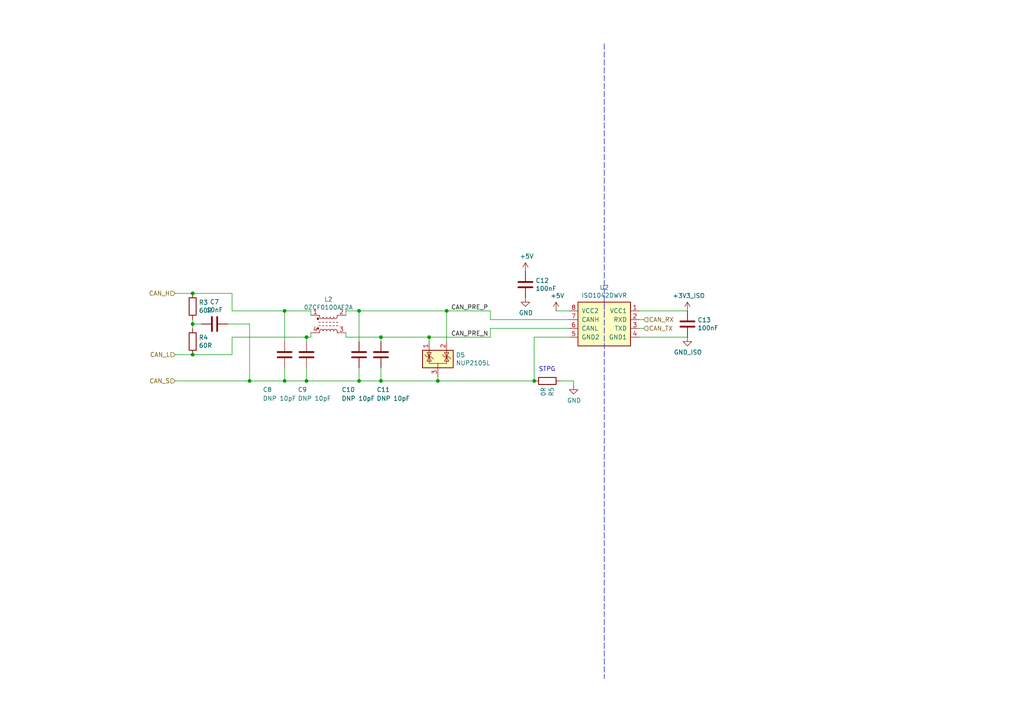
<source format=kicad_sch>
(kicad_sch (version 20211123) (generator eeschema)
  (paper "A4")
  (lib_symbols
    (symbol "+3v3_iso:+3V3_ISO" (power) (pin_names (offset 0))
      (property "Value" "+3V3_ISO" (at 0 3.556 0))
      (symbol "+3V3_ISO_0_1"
        (polyline (pts (xy -0.762 1.27) (xy 0 2.54)))
        (polyline (pts (xy 0 0) (xy 0 2.54)))
        (polyline (pts (xy 0 2.54) (xy 0.762 1.27)))
      )
      (symbol "+3V3_ISO_1_1"
        (pin power_in line (at 0 0 90) (length 0) hide (name "+3V3_ISO") (number "1"))
      )
    )
    (symbol "Device:C" (pin_numbers hide) (pin_names (offset 0.254))
      (property "Reference" "C" (at 0.635 2.54 0))
      (property "Value" "C" (at 0.635 -2.54 0))
      (symbol "C_0_1"
        (polyline (pts (xy -2.032 -0.762) (xy 2.032 -0.762)) (stroke (width 0.508)))
        (polyline (pts (xy -2.032 0.762) (xy 2.032 0.762)) (stroke (width 0.508)))
      )
      (symbol "C_1_1"
        (pin passive line (at 0 3.81 270) (length 2.794) (name "~") (number "1"))
        (pin passive line (at 0 -3.81 90) (length 2.794) (name "~") (number "2"))
      )
    )
    (symbol "Device:L_Ferrite_Coupled" (pin_names (offset 0.254) hide)
      (property "Reference" "L2" (at 0 7.1374 0))
      (property "Value" "0ZCF0100AF2A" (at 0 4.826 0))
      (symbol "L_Ferrite_Coupled_0_1"
        (circle (center -3.048 -1.27) (radius 0.254) (fill (type outline)))
        (circle (center -3.048 1.524) (radius 0.254) (fill (type outline)))
        (arc (start -2.54 2.032) (mid -2.032 1.524) (end -1.524 2.032))
        (arc (start -1.524 -2.032) (mid -2.032 -1.524) (end -2.54 -2.032))
        (arc (start -1.524 2.032) (mid -1.016 1.524) (end -0.508 2.032))
        (arc (start -0.508 -2.032) (mid -1.016 -1.524) (end -1.524 -2.032))
        (arc (start -0.508 2.032) (mid 0 1.524) (end 0.508 2.032))
        (polyline (pts (xy -2.794 -0.508) (xy -2.286 -0.508)))
        (polyline (pts (xy -2.794 0.508) (xy -2.286 0.508)))
        (polyline (pts (xy -2.54 -2.032) (xy -2.54 -2.54)))
        (polyline (pts (xy -2.54 2.032) (xy -2.54 2.54)))
        (polyline (pts (xy -1.778 -0.508) (xy -1.27 -0.508)))
        (polyline (pts (xy -1.778 0.508) (xy -1.27 0.508)))
        (polyline (pts (xy -0.762 -0.508) (xy -0.254 -0.508)))
        (polyline (pts (xy -0.762 0.508) (xy -0.254 0.508)))
        (polyline (pts (xy 0.254 -0.508) (xy 0.762 -0.508)))
        (polyline (pts (xy 0.254 0.508) (xy 0.762 0.508)))
        (polyline (pts (xy 1.27 -0.508) (xy 1.778 -0.508)))
        (polyline (pts (xy 1.27 0.508) (xy 1.778 0.508)))
        (polyline (pts (xy 2.286 -0.508) (xy 2.794 -0.508)))
        (polyline (pts (xy 2.286 0.508) (xy 2.794 0.508)))
        (polyline (pts (xy 2.54 -2.032) (xy 2.54 -2.54)))
        (polyline (pts (xy 2.54 2.54) (xy 2.54 2.032)))
        (arc (start 0.508 -2.032) (mid 0 -1.524) (end -0.508 -2.032))
        (arc (start 0.508 2.032) (mid 1.016 1.524) (end 1.524 2.032))
        (arc (start 1.524 -2.032) (mid 1.016 -1.524) (end 0.508 -2.032))
        (arc (start 1.524 2.032) (mid 2.032 1.524) (end 2.54 2.032))
        (arc (start 2.54 -2.032) (mid 2.032 -1.524) (end 1.524 -2.032))
      )
      (symbol "L_Ferrite_Coupled_1_1"
        (pin passive line (at -5.08 2.54 0) (length 2.54) (name "1") (number "1"))
        (pin passive line (at 5.08 2.54 180) (length 2.54) (name "2") (number "2"))
        (pin passive line (at 5.08 -2.54 180) (length 2.54) (name "3") (number "3"))
        (pin passive line (at -5.08 -2.54 0) (length 2.54) (name "4") (number "4"))
      )
    )
    (symbol "Device:R" (pin_numbers hide) (pin_names (offset 0))
      (property "Reference" "R" (at 2.032 0 90))
      (property "Value" "R" (at 0 0 90))
      (symbol "R_0_1"
        (rectangle (start -1.016 -2.54) (end 1.016 2.54) (stroke (width 0.254)))
      )
      (symbol "R_1_1"
        (pin passive line (at 0 3.81 270) (length 1.27) (name "~") (number "1"))
        (pin passive line (at 0 -3.81 90) (length 1.27) (name "~") (number "2"))
      )
    )
    (symbol "ISO1042DWVR:ISO1042DWVR" (pin_names (offset 1.016))
      (property "Reference" "U" (at -7.62 7.62 0))
      (property "Value" "ISO1042DWVR" (at -7.62 -8.89 0))
      (symbol "ISO1042DWVR_1_1"
        (polyline (pts (xy 0 -3.81) (xy 0 -5.08)))
        (polyline (pts (xy 0 -1.27) (xy 0 -2.54)))
        (polyline (pts (xy 0 1.27) (xy 0 0)))
        (polyline (pts (xy 0 3.81) (xy 0 2.54)))
        (polyline (pts (xy 0 6.35) (xy 0 5.08)))
        (rectangle (start 7.62 6.35) (end -7.62 -6.35) (stroke (width 0.254)) (fill (type background)))
        (pin power_in line (at 10.16 3.81 180) (length 2.54) (name "VCC1") (number "1"))
        (pin output line (at 10.16 1.27 180) (length 2.54) (name "RXD") (number "2"))
        (pin input line (at 10.16 -1.27 180) (length 2.54) (name "TXD") (number "3"))
        (pin power_in line (at 10.16 -3.81 180) (length 2.54) (name "GND1") (number "4"))
        (pin power_in line (at -10.16 -3.81 0) (length 2.54) (name "GND2") (number "5"))
        (pin bidirectional line (at -10.16 -1.27 0) (length 2.54) (name "CANL") (number "6"))
        (pin bidirectional line (at -10.16 1.27 0) (length 2.54) (name "CANH") (number "7"))
        (pin power_in line (at -10.16 3.81 0) (length 2.54) (name "VCC2") (number "8"))
      )
    )
    (symbol "Power_Protection:NUP2105L" (pin_names hide)
      (property "Reference" "D" (at 5.715 2.54 0))
      (property "Value" "NUP2105L" (at 5.715 0.635 0))
      (symbol "NUP2105L_0_0"
        (pin passive line (at 0 -5.08 90) (length 2.54) (name "A") (number "3"))
      )
      (symbol "NUP2105L_0_1"
        (rectangle (start -4.445 2.54) (end 4.445 -2.54) (stroke (width 0.254)) (fill (type background)))
        (polyline (pts (xy -2.54 2.54) (xy -2.54 0.635)))
        (polyline (pts (xy 0 -1.27) (xy 0 -2.54)))
        (polyline (pts (xy 2.54 2.54) (xy 2.54 0.635)))
        (polyline (pts (xy -3.81 1.27) (xy -3.175 0.635) (xy -1.905 0.635) (xy -1.27 0)))
        (polyline (pts (xy -2.54 0.635) (xy -2.54 -1.27) (xy 2.54 -1.27) (xy 2.54 0.635)))
        (polyline (pts (xy -2.54 0.635) (xy -1.905 -0.635) (xy -3.175 -0.635) (xy -2.54 0.635)))
        (polyline (pts (xy 2.54 0.635) (xy 1.905 -0.635) (xy 3.175 -0.635) (xy 2.54 0.635)))
        (polyline (pts (xy 2.54 0.635) (xy 3.175 1.905) (xy 1.905 1.905) (xy 2.54 0.635)))
        (polyline (pts (xy -2.54 0.635) (xy -3.175 1.905) (xy -1.905 1.905) (xy -2.54 0.635) (xy -2.54 1.27)))
        (polyline (pts (xy 1.27 1.27) (xy 1.905 0.635) (xy 2.54 0.635) (xy 3.175 0.635) (xy 3.81 0)))
      )
      (symbol "NUP2105L_1_1"
        (pin passive line (at -2.54 5.08 270) (length 2.54) (name "K") (number "1"))
        (pin passive line (at 2.54 5.08 270) (length 2.54) (name "K") (number "2"))
      )
    )
    (symbol "gnd_iso:GND_ISO" (power) (pin_names (offset 0))
      (property "Value" "GND_ISO" (at 0 -3.81 0))
      (symbol "GND_ISO_0_1"
        (polyline (pts (xy 0 0) (xy 0 -1.27) (xy 1.27 -1.27) (xy 0 -2.54) (xy -1.27 -1.27) (xy 0 -1.27)))
      )
      (symbol "GND_ISO_1_1"
        (pin power_in line (at 0 0 270) (length 0) hide (name "GND_ISO") (number "1"))
      )
    )
    (symbol "power:+5V" (power) (pin_names (offset 0))
      (property "Value" "+5V" (at 0 3.556 0))
      (symbol "+5V_0_1"
        (polyline (pts (xy -0.762 1.27) (xy 0 2.54)))
        (polyline (pts (xy 0 0) (xy 0 2.54)))
        (polyline (pts (xy 0 2.54) (xy 0.762 1.27)))
      )
      (symbol "+5V_1_1"
        (pin power_in line (at 0 0 90) (length 0) hide (name "+5V") (number "1"))
      )
    )
    (symbol "power:GND" (power) (pin_names (offset 0))
      (property "Value" "GND" (at 0 -3.81 0))
      (symbol "GND_0_1"
        (polyline (pts (xy 0 0) (xy 0 -1.27) (xy 1.27 -1.27) (xy 0 -2.54) (xy -1.27 -1.27) (xy 0 -1.27)))
      )
      (symbol "GND_1_1"
        (pin power_in line (at 0 0 270) (length 0) hide (name "GND") (number "1"))
      )
    )
  )
  (junction (at 104.14 90.17))
  (junction (at 154.94 110.49))
  (junction (at 127 110.49))
  (junction (at 82.55 90.17))
  (junction (at 72.39 110.49))
  (junction (at 88.9 110.49))
  (junction (at 124.46 97.79))
  (junction (at 55.88 102.87))
  (junction (at 88.9 97.79))
  (junction (at 129.54 90.17))
  (junction (at 110.49 110.49))
  (junction (at 110.49 97.79))
  (junction (at 82.55 110.49))
  (junction (at 55.88 93.98))
  (junction (at 55.88 85.09))
  (junction (at 104.14 110.49))
  (wire (pts (xy 90.17 97.79) (xy 88.9 97.79)))
  (wire (pts (xy 142.24 97.79) (xy 124.46 97.79)))
  (wire (pts (xy 104.14 99.06) (xy 104.14 90.17)))
  (wire (pts (xy 142.24 95.25) (xy 142.24 97.79)))
  (wire (pts (xy 67.31 85.09) (xy 55.88 85.09)))
  (wire (pts (xy 88.9 110.49) (xy 104.14 110.49)))
  (wire (pts (xy 185.42 97.79) (xy 199.39 97.79)))
  (wire (pts (xy 100.33 90.17) (xy 104.14 90.17)))
  (wire (pts (xy 50.8 102.87) (xy 55.88 102.87)))
  (wire (pts (xy 82.55 110.49) (xy 88.9 110.49)))
  (wire (pts (xy 110.49 97.79) (xy 124.46 97.79)))
  (wire (pts (xy 110.49 106.68) (xy 110.49 110.49)))
  (wire (pts (xy 67.31 90.17) (xy 82.55 90.17)))
  (wire (pts (xy 82.55 106.68) (xy 82.55 110.49)))
  (wire (pts (xy 82.55 99.06) (xy 82.55 90.17)))
  (wire (pts (xy 55.88 85.09) (xy 50.8 85.09)))
  (wire (pts (xy 165.1 90.17) (xy 161.29 90.17)))
  (wire (pts (xy 72.39 93.98) (xy 72.39 110.49)))
  (polyline (pts (xy 175.26 12.7) (xy 175.26 196.85)))
  (wire (pts (xy 199.39 90.17) (xy 185.42 90.17)))
  (wire (pts (xy 154.94 97.79) (xy 165.1 97.79)))
  (wire (pts (xy 166.37 110.49) (xy 166.37 111.76)))
  (wire (pts (xy 88.9 97.79) (xy 67.31 97.79)))
  (wire (pts (xy 55.88 93.98) (xy 55.88 92.71)))
  (wire (pts (xy 55.88 102.87) (xy 67.31 102.87)))
  (wire (pts (xy 50.8 110.49) (xy 72.39 110.49)))
  (wire (pts (xy 162.56 110.49) (xy 166.37 110.49)))
  (wire (pts (xy 82.55 90.17) (xy 90.17 90.17)))
  (wire (pts (xy 186.69 92.71) (xy 185.42 92.71)))
  (wire (pts (xy 104.14 110.49) (xy 110.49 110.49)))
  (wire (pts (xy 129.54 99.06) (xy 129.54 90.17)))
  (wire (pts (xy 90.17 96.52) (xy 90.17 97.79)))
  (wire (pts (xy 88.9 106.68) (xy 88.9 110.49)))
  (wire (pts (xy 165.1 92.71) (xy 142.24 92.71)))
  (wire (pts (xy 58.42 93.98) (xy 55.88 93.98)))
  (wire (pts (xy 100.33 96.52) (xy 100.33 97.79)))
  (wire (pts (xy 67.31 90.17) (xy 67.31 85.09)))
  (wire (pts (xy 142.24 92.71) (xy 142.24 90.17)))
  (wire (pts (xy 127 109.22) (xy 127 110.49)))
  (wire (pts (xy 110.49 99.06) (xy 110.49 97.79)))
  (wire (pts (xy 185.42 95.25) (xy 186.69 95.25)))
  (wire (pts (xy 88.9 99.06) (xy 88.9 97.79)))
  (wire (pts (xy 66.04 93.98) (xy 72.39 93.98)))
  (wire (pts (xy 104.14 90.17) (xy 129.54 90.17)))
  (wire (pts (xy 100.33 97.79) (xy 110.49 97.79)))
  (wire (pts (xy 55.88 95.25) (xy 55.88 93.98)))
  (wire (pts (xy 72.39 110.49) (xy 82.55 110.49)))
  (wire (pts (xy 104.14 106.68) (xy 104.14 110.49)))
  (wire (pts (xy 100.33 90.17) (xy 100.33 91.44)))
  (wire (pts (xy 110.49 110.49) (xy 127 110.49)))
  (wire (pts (xy 90.17 91.44) (xy 90.17 90.17)))
  (wire (pts (xy 124.46 99.06) (xy 124.46 97.79)))
  (wire (pts (xy 154.94 110.49) (xy 154.94 97.79)))
  (wire (pts (xy 127 110.49) (xy 154.94 110.49)))
  (wire (pts (xy 142.24 90.17) (xy 129.54 90.17)))
  (wire (pts (xy 165.1 95.25) (xy 142.24 95.25)))
  (wire (pts (xy 67.31 102.87) (xy 67.31 97.79)))
  (text "STPG" (at 156.21 107.95 0) (effects (font (size 1.27 1.27)) (justify left bottom)))
  (label "CAN_PRE_P" (at 130.81 90.17 0))
  (label "CAN_PRE_N" (at 130.81 97.79 0))
  (hierarchical_label "CAN_L" (shape input) (at 50.8 102.87 180))
  (hierarchical_label "CAN_H" (shape input) (at 50.8 85.09 180))
  (hierarchical_label "CAN_S" (shape input) (at 50.8 110.49 180))
  (hierarchical_label "CAN_TX" (shape input) (at 186.69 95.25 0))
  (hierarchical_label "CAN_RX" (shape input) (at 186.69 92.71 0))
  (symbol (lib_id "ISO1042DWVR:ISO1042DWVR") (at 175.26 93.98 0) (unit 1)
    (property "Reference" "U2" (at 175.26 83.3882 0))
    (property "Value" "ISO1042DWVR" (at 175.26 85.6996 0))
    (property "Footprint" "ISO1042DWVR:SOIC127P1150X280-8N" (effects hide))
    (property "Part Number" "ISO1042DWVR" (effects hide))
    (property "Manufacturer" "Texas Instruments" (effects hide))
    (property "Mouser Part Number" "NOT AVAILABLE!" (effects hide))
    (property "Mouser URL" "NOT AVAILABLE!" (effects hide))
  )
  (symbol (lib_id "+3v3_iso:+3V3_ISO") (at 199.39 90.17 0) (unit 1)
    (property "Reference" "#PWR014" (effects hide))
    (property "Value" "+3V3_ISO" (at 199.771 85.7758 0))
  )
  (symbol (lib_id "power:+5V") (at 161.29 90.17 0) (unit 1)
    (property "Reference" "#PWR012" (effects hide))
    (property "Value" "+5V" (at 161.671 85.7758 0))
  )
  (symbol (lib_id "gnd_iso:GND_ISO") (at 199.39 97.79 0) (unit 1)
    (property "Reference" "#PWR015" (effects hide))
    (property "Value" "GND_ISO" (at 199.517 102.1842 0))
  )
  (symbol (lib_id "power:GND") (at 166.37 111.76 0) (unit 1)
    (property "Reference" "#PWR013" (effects hide))
    (property "Value" "GND" (at 166.497 116.1542 0))
  )
  (symbol (lib_id "Device:R") (at 158.75 110.49 270) (unit 1)
    (property "Reference" "R5" (at 159.9184 112.268 0) (effects (justify left)))
    (property "Value" "0R" (at 157.607 112.268 0) (effects (justify left)))
    (property "Footprint" "Resistor_SMD:R_0805_2012Metric_Pad1.20x1.40mm_HandSolder" (effects hide))
    (property "Part Number" "-" (effects hide))
    (property "Manufacturer" "-" (effects hide))
  )
  (symbol (lib_id "Device:C") (at 152.4 82.55 0) (unit 1)
    (property "Reference" "C12" (at 155.321 81.3816 0) (effects (justify left)))
    (property "Value" "100nF" (at 155.321 83.693 0) (effects (justify left)))
    (property "Footprint" "Capacitor_SMD:C_0603_1608Metric_Pad1.08x0.95mm_HandSolder" (effects hide))
    (property "Part Number" "-" (effects hide))
    (property "Manufacturer" "-" (effects hide))
  )
  (symbol (lib_id "power:+5V") (at 152.4 78.74 0) (unit 1)
    (property "Reference" "#PWR010" (effects hide))
    (property "Value" "+5V" (at 152.781 74.3458 0))
  )
  (symbol (lib_id "power:GND") (at 152.4 86.36 0) (unit 1)
    (property "Reference" "#PWR011" (effects hide))
    (property "Value" "GND" (at 152.527 90.7542 0))
  )
  (symbol (lib_id "Power_Protection:NUP2105L") (at 127 104.14 0) (unit 1)
    (property "Reference" "D5" (at 132.207 102.9716 0) (effects (justify left)))
    (property "Value" "NUP2105L" (at 132.207 105.283 0) (effects (justify left)))
    (property "Footprint" "Package_TO_SOT_SMD:SOT-23" (effects hide))
    (property "Datasheet" "http://www.onsemi.com/pub_link/Collateral/NUP2105L-D.PDF" (effects hide))
    (property "Part Number" "NUP2105L" (effects hide))
    (property "Manufacturer" "ON Semiconductor" (effects hide))
    (property "Mouser Part Number" "863-SZNUP2105LT1G" (effects hide))
    (property "Mouser URL" "https://au.mouser.com/ProductDetail/onsemi/SZNUP2105LT1G?qs=PJJcWtbOkNWqqZbXH80dfQ%3D%3D" (effects hide))
  )
  (symbol (lib_id "Device:R") (at 55.88 88.9 0) (unit 1)
    (property "Reference" "R3" (at 57.658 87.7316 0) (effects (justify left)))
    (property "Value" "60R" (at 57.658 90.043 0) (effects (justify left)))
    (property "Footprint" "Resistor_SMD:R_0805_2012Metric_Pad1.20x1.40mm_HandSolder" (effects hide))
    (property "Part Number" "-" (effects hide))
    (property "Manufacturer" "-" (effects hide))
  )
  (symbol (lib_id "Device:C") (at 62.23 93.98 270) (unit 1)
    (property "Reference" "C7" (at 62.23 87.5792 90))
    (property "Value" "10nF" (at 62.23 89.8906 90))
    (property "Footprint" "Capacitor_SMD:C_0603_1608Metric_Pad1.08x0.95mm_HandSolder" (effects hide))
    (property "Part Number" "-" (effects hide))
    (property "Manufacturer" "-" (effects hide))
  )
  (symbol (lib_id "Device:L_Ferrite_Coupled") (at 95.25 93.98 0) (unit 1)
    (property "Reference" "L2" (at 95.25 86.8426 0))
    (property "Value" "0ZCF0100AF2A" (at 95.25 89.154 0))
    (property "Footprint" "Inductor_SMD:L_CommonModeChoke_Coilcraft_1812CAN" (effects hide))
    (property "Part Number" "B82787C0104H002" (effects hide))
    (property "Manufacturer" "EPCOS - TDK" (effects hide))
    (property "Mouser Part Number" "871-B82787C104H2" (effects hide))
    (property "Mouser URL" "https://au.mouser.com/ProductDetail/EPCOS-TDK/B82787C0104H002?qs=C9xViIFka8ni2PxKXbJHjQ%3D%3D" (effects hide))
  )
  (symbol (lib_id "Device:C") (at 82.55 102.87 0) (unit 1)
    (property "Reference" "C8" (at 76.2 113.03 0) (effects (justify left)))
    (property "Value" "DNP 10pF" (at 76.2 115.57 0) (effects (justify left)))
    (property "Footprint" "Capacitor_SMD:C_0603_1608Metric_Pad1.08x0.95mm_HandSolder" (effects hide))
    (property "Part Number" "-" (effects hide))
    (property "Manufacturer" "-" (effects hide))
  )
  (symbol (lib_id "Device:C") (at 88.9 102.87 0) (unit 1)
    (property "Reference" "C9" (at 86.36 113.03 0) (effects (justify left)))
    (property "Value" "DNP 10pF" (at 86.36 115.57 0) (effects (justify left)))
    (property "Footprint" "Capacitor_SMD:C_0603_1608Metric_Pad1.08x0.95mm_HandSolder" (effects hide))
    (property "Part Number" "-" (effects hide))
    (property "Manufacturer" "-" (effects hide))
  )
  (symbol (lib_id "Device:C") (at 104.14 102.87 0) (unit 1)
    (property "Reference" "C10" (at 99.06 113.03 0) (effects (justify left)))
    (property "Value" "DNP 10pF" (at 99.06 115.57 0) (effects (justify left)))
    (property "Footprint" "Capacitor_SMD:C_0603_1608Metric_Pad1.08x0.95mm_HandSolder" (effects hide))
    (property "Part Number" "-" (effects hide))
    (property "Manufacturer" "-" (effects hide))
  )
  (symbol (lib_id "Device:C") (at 110.49 102.87 0) (unit 1)
    (property "Reference" "C11" (at 109.22 113.03 0) (effects (justify left)))
    (property "Value" "DNP 10pF" (at 109.22 115.57 0) (effects (justify left)))
    (property "Footprint" "Capacitor_SMD:C_0603_1608Metric_Pad1.08x0.95mm_HandSolder" (effects hide))
    (property "Part Number" "-" (effects hide))
    (property "Manufacturer" "-" (effects hide))
  )
  (symbol (lib_id "Device:R") (at 55.88 99.06 0) (unit 1)
    (property "Reference" "R4" (at 57.658 97.8916 0) (effects (justify left)))
    (property "Value" "60R" (at 57.658 100.203 0) (effects (justify left)))
    (property "Footprint" "Resistor_SMD:R_0805_2012Metric_Pad1.20x1.40mm_HandSolder" (effects hide))
    (property "Part Number" "-" (effects hide))
    (property "Manufacturer" "-" (effects hide))
  )
  (symbol (lib_id "Device:C") (at 199.39 93.98 0) (unit 1)
    (property "Reference" "C13" (at 202.311 92.8116 0) (effects (justify left)))
    (property "Value" "100nF" (at 202.311 95.123 0) (effects (justify left)))
    (property "Footprint" "Capacitor_SMD:C_0603_1608Metric_Pad1.08x0.95mm_HandSolder" (effects hide))
    (property "Part Number" "-" (effects hide))
    (property "Manufacturer" "-" (effects hide))
  )
)
</source>
